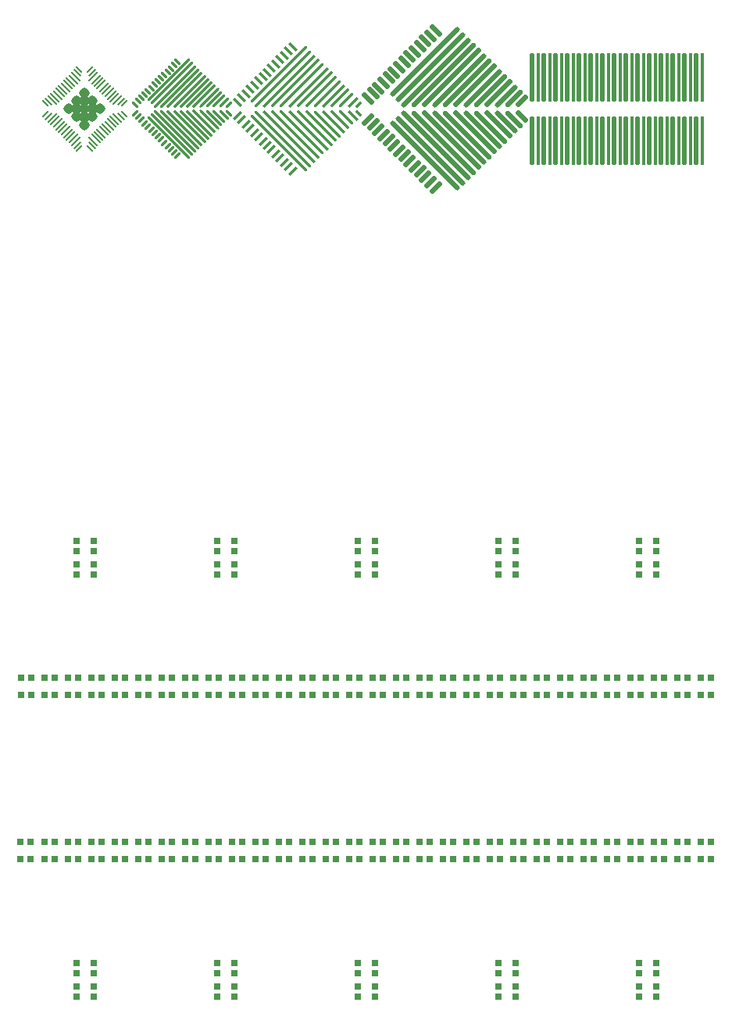
<source format=gtp>
%TF.GenerationSoftware,KiCad,Pcbnew,7.0.7*%
%TF.CreationDate,2023-10-12T12:03:03-07:00*%
%TF.ProjectId,JumperLUX,4a756d70-6572-44c5-9558-2e6b69636164,rev?*%
%TF.SameCoordinates,Original*%
%TF.FileFunction,Paste,Top*%
%TF.FilePolarity,Positive*%
%FSLAX46Y46*%
G04 Gerber Fmt 4.6, Leading zero omitted, Abs format (unit mm)*
G04 Created by KiCad (PCBNEW 7.0.7) date 2023-10-12 12:03:03*
%MOMM*%
%LPD*%
G01*
G04 APERTURE LIST*
G04 Aperture macros list*
%AMRoundRect*
0 Rectangle with rounded corners*
0 $1 Rounding radius*
0 $2 $3 $4 $5 $6 $7 $8 $9 X,Y pos of 4 corners*
0 Add a 4 corners polygon primitive as box body*
4,1,4,$2,$3,$4,$5,$6,$7,$8,$9,$2,$3,0*
0 Add four circle primitives for the rounded corners*
1,1,$1+$1,$2,$3*
1,1,$1+$1,$4,$5*
1,1,$1+$1,$6,$7*
1,1,$1+$1,$8,$9*
0 Add four rect primitives between the rounded corners*
20,1,$1+$1,$2,$3,$4,$5,0*
20,1,$1+$1,$4,$5,$6,$7,0*
20,1,$1+$1,$6,$7,$8,$9,0*
20,1,$1+$1,$8,$9,$2,$3,0*%
G04 Aperture macros list end*
%ADD10R,0.700000X0.700000*%
%ADD11RoundRect,0.062500X-0.220971X-0.309359X0.309359X0.220971X0.220971X0.309359X-0.309359X-0.220971X0*%
%ADD12RoundRect,0.062500X2.165515X-2.253903X2.253903X-2.165515X-2.165515X2.253903X-2.253903X2.165515X0*%
%ADD13RoundRect,0.062500X1.988738X-2.077126X2.077126X-1.988738X-1.988738X2.077126X-2.077126X1.988738X0*%
%ADD14RoundRect,0.062500X1.811961X-1.900349X1.900349X-1.811961X-1.811961X1.900349X-1.900349X1.811961X0*%
%ADD15RoundRect,0.062500X1.635184X-1.723573X1.723573X-1.635184X-1.635184X1.723573X-1.723573X1.635184X0*%
%ADD16RoundRect,0.062500X1.458408X-1.546796X1.546796X-1.458408X-1.458408X1.546796X-1.546796X1.458408X0*%
%ADD17RoundRect,0.062500X1.281631X-1.370019X1.370019X-1.281631X-1.281631X1.370019X-1.370019X1.281631X0*%
%ADD18RoundRect,0.062500X1.104854X-1.193243X1.193243X-1.104854X-1.104854X1.193243X-1.193243X1.104854X0*%
%ADD19RoundRect,0.062500X0.928078X-1.016466X1.016466X-0.928078X-0.928078X1.016466X-1.016466X0.928078X0*%
%ADD20RoundRect,0.062500X0.751301X-0.839689X0.839689X-0.751301X-0.751301X0.839689X-0.839689X0.751301X0*%
%ADD21RoundRect,0.062500X0.574524X-0.662913X0.662913X-0.574524X-0.574524X0.662913X-0.662913X0.574524X0*%
%ADD22RoundRect,0.062500X0.397748X-0.486136X0.486136X-0.397748X-0.397748X0.486136X-0.486136X0.397748X0*%
%ADD23RoundRect,0.062500X0.220971X-0.309359X0.309359X-0.220971X-0.220971X0.309359X-0.309359X0.220971X0*%
%ADD24RoundRect,0.062500X-0.397748X-0.486136X0.486136X0.397748X0.397748X0.486136X-0.486136X-0.397748X0*%
%ADD25RoundRect,0.062500X-0.574524X-0.662913X0.662913X0.574524X0.574524X0.662913X-0.662913X-0.574524X0*%
%ADD26RoundRect,0.062500X-0.751301X-0.839689X0.839689X0.751301X0.751301X0.839689X-0.839689X-0.751301X0*%
%ADD27RoundRect,0.062500X-0.928078X-1.016466X1.016466X0.928078X0.928078X1.016466X-1.016466X-0.928078X0*%
%ADD28RoundRect,0.062500X-1.104854X-1.193243X1.193243X1.104854X1.104854X1.193243X-1.193243X-1.104854X0*%
%ADD29RoundRect,0.062500X-1.281631X-1.370019X1.370019X1.281631X1.281631X1.370019X-1.370019X-1.281631X0*%
%ADD30RoundRect,0.062500X-1.458408X-1.546796X1.546796X1.458408X1.458408X1.546796X-1.546796X-1.458408X0*%
%ADD31RoundRect,0.062500X-1.635184X-1.723573X1.723573X1.635184X1.635184X1.723573X-1.723573X-1.635184X0*%
%ADD32RoundRect,0.062500X-1.811961X-1.900349X1.900349X1.811961X1.811961X1.900349X-1.900349X-1.811961X0*%
%ADD33RoundRect,0.062500X-1.988738X-2.077126X2.077126X1.988738X1.988738X2.077126X-2.077126X-1.988738X0*%
%ADD34RoundRect,0.062500X-2.165515X-2.253903X2.253903X2.165515X2.165515X2.253903X-2.253903X-2.165515X0*%
%ADD35RoundRect,0.087500X-0.287262X-0.411006X0.411006X0.287262X0.287262X0.411006X-0.411006X-0.287262X0*%
%ADD36RoundRect,0.087500X2.894718X-3.018462X3.018462X-2.894718X-2.894718X3.018462X-3.018462X2.894718X0*%
%ADD37RoundRect,0.087500X2.664909X-2.788652X2.788652X-2.664909X-2.664909X2.788652X-2.788652X2.664909X0*%
%ADD38RoundRect,0.087500X2.435099X-2.558843X2.558843X-2.435099X-2.435099X2.558843X-2.558843X2.435099X0*%
%ADD39RoundRect,0.087500X2.205289X-2.329033X2.329033X-2.205289X-2.205289X2.329033X-2.329033X2.205289X0*%
%ADD40RoundRect,0.087500X1.975480X-2.099223X2.099223X-1.975480X-1.975480X2.099223X-2.099223X1.975480X0*%
%ADD41RoundRect,0.087500X1.745670X-1.869414X1.869414X-1.745670X-1.745670X1.869414X-1.869414X1.745670X0*%
%ADD42RoundRect,0.087500X1.515860X-1.639604X1.639604X-1.515860X-1.515860X1.639604X-1.639604X1.515860X0*%
%ADD43RoundRect,0.087500X1.286050X-1.409794X1.409794X-1.286050X-1.286050X1.409794X-1.409794X1.286050X0*%
%ADD44RoundRect,0.087500X1.056241X-1.179984X1.179984X-1.056241X-1.056241X1.179984X-1.179984X1.056241X0*%
%ADD45RoundRect,0.087500X0.826431X-0.950175X0.950175X-0.826431X-0.826431X0.950175X-0.950175X0.826431X0*%
%ADD46RoundRect,0.087500X0.596621X-0.720365X0.720365X-0.596621X-0.596621X0.720365X-0.720365X0.596621X0*%
%ADD47RoundRect,0.087500X0.366812X-0.490555X0.490555X-0.366812X-0.366812X0.490555X-0.490555X0.366812X0*%
%ADD48RoundRect,0.087500X0.167938X-0.291682X0.291682X-0.167938X-0.167938X0.291682X-0.291682X0.167938X0*%
%ADD49RoundRect,0.087500X-0.167938X-0.291682X0.291682X0.167938X0.167938X0.291682X-0.291682X-0.167938X0*%
%ADD50RoundRect,0.087500X-0.366812X-0.490555X0.490555X0.366812X0.366812X0.490555X-0.490555X-0.366812X0*%
%ADD51RoundRect,0.087500X-0.596621X-0.720365X0.720365X0.596621X0.596621X0.720365X-0.720365X-0.596621X0*%
%ADD52RoundRect,0.087500X-0.826431X-0.950175X0.950175X0.826431X0.826431X0.950175X-0.950175X-0.826431X0*%
%ADD53RoundRect,0.087500X-1.056241X-1.179984X1.179984X1.056241X1.056241X1.179984X-1.179984X-1.056241X0*%
%ADD54RoundRect,0.087500X-1.286050X-1.409794X1.409794X1.286050X1.286050X1.409794X-1.409794X-1.286050X0*%
%ADD55RoundRect,0.087500X-1.515860X-1.639604X1.639604X1.515860X1.515860X1.639604X-1.639604X-1.515860X0*%
%ADD56RoundRect,0.087500X-1.745670X-1.869414X1.869414X1.745670X1.745670X1.869414X-1.869414X-1.745670X0*%
%ADD57RoundRect,0.087500X-1.975480X-2.099223X2.099223X1.975480X1.975480X2.099223X-2.099223X-1.975480X0*%
%ADD58RoundRect,0.087500X-2.205289X-2.329033X2.329033X2.205289X2.205289X2.329033X-2.329033X-2.205289X0*%
%ADD59RoundRect,0.087500X-2.435099X-2.558843X2.558843X2.435099X2.435099X2.558843X-2.558843X-2.435099X0*%
%ADD60RoundRect,0.087500X-2.664909X-2.788652X2.788652X2.664909X2.664909X2.788652X-2.788652X-2.664909X0*%
%ADD61RoundRect,0.087500X-2.894718X-3.018462X3.018462X2.894718X2.894718X3.018462X-3.018462X-2.894718X0*%
%ADD62RoundRect,0.087500X0.411006X-0.287262X-0.287262X0.411006X-0.411006X0.287262X0.287262X-0.411006X0*%
%ADD63RoundRect,0.087500X0.287262X-0.411006X0.411006X-0.287262X-0.287262X0.411006X-0.411006X0.287262X0*%
%ADD64RoundRect,0.242500X0.000000X-0.342947X0.342947X0.000000X0.000000X0.342947X-0.342947X0.000000X0*%
%ADD65RoundRect,0.250000X0.000000X-0.413257X0.413257X0.000000X0.000000X0.413257X-0.413257X0.000000X0*%
%ADD66RoundRect,0.050000X-0.238649X-0.309359X0.309359X0.238649X0.238649X0.309359X-0.309359X-0.238649X0*%
%ADD67RoundRect,0.050000X-0.309359X-0.380070X0.380070X0.309359X0.309359X0.380070X-0.380070X-0.309359X0*%
%ADD68RoundRect,0.050000X-0.450781X-0.521491X0.521491X0.450781X0.450781X0.521491X-0.521491X-0.450781X0*%
%ADD69RoundRect,0.050000X0.238649X-0.309359X0.309359X-0.238649X-0.238649X0.309359X-0.309359X0.238649X0*%
%ADD70RoundRect,0.050000X0.309359X-0.380070X0.380070X-0.309359X-0.309359X0.380070X-0.380070X0.309359X0*%
%ADD71RoundRect,0.050000X0.450781X-0.521491X0.521491X-0.450781X-0.450781X0.521491X-0.521491X0.450781X0*%
%ADD72RoundRect,0.125000X0.125000X-2.510250X0.125000X2.510250X-0.125000X2.510250X-0.125000X-2.510250X0*%
%ADD73RoundRect,0.087500X0.087500X-2.547750X0.087500X2.547750X-0.087500X2.547750X-0.087500X-2.547750X0*%
%ADD74RoundRect,0.137500X-0.380070X-0.574524X0.574524X0.380070X0.380070X0.574524X-0.574524X-0.380070X0*%
%ADD75RoundRect,0.137500X3.482501X-3.676955X3.676955X-3.482501X-3.482501X3.676955X-3.676955X3.482501X0*%
%ADD76RoundRect,0.137500X3.199658X-3.394113X3.394113X-3.199658X-3.199658X3.394113X-3.394113X3.199658X0*%
%ADD77RoundRect,0.137500X2.916815X-3.111270X3.111270X-2.916815X-2.916815X3.111270X-3.111270X2.916815X0*%
%ADD78RoundRect,0.137500X2.633973X-2.828427X2.828427X-2.633973X-2.633973X2.828427X-2.828427X2.633973X0*%
%ADD79RoundRect,0.137500X2.351130X-2.545584X2.545584X-2.351130X-2.351130X2.545584X-2.545584X2.351130X0*%
%ADD80RoundRect,0.137500X2.068287X-2.262742X2.262742X-2.068287X-2.068287X2.262742X-2.262742X2.068287X0*%
%ADD81RoundRect,0.137500X1.785445X-1.979899X1.979899X-1.785445X-1.785445X1.979899X-1.979899X1.785445X0*%
%ADD82RoundRect,0.137500X1.502602X-1.697056X1.697056X-1.502602X-1.502602X1.697056X-1.697056X1.502602X0*%
%ADD83RoundRect,0.137500X1.219759X-1.414214X1.414214X-1.219759X-1.219759X1.414214X-1.414214X1.219759X0*%
%ADD84RoundRect,0.137500X0.936916X-1.131371X1.131371X-0.936916X-0.936916X1.131371X-1.131371X0.936916X0*%
%ADD85RoundRect,0.137500X0.654074X-0.848528X0.848528X-0.654074X-0.654074X0.848528X-0.848528X0.654074X0*%
%ADD86RoundRect,0.137500X0.371231X-0.565685X0.565685X-0.371231X-0.371231X0.565685X-0.565685X0.371231X0*%
%ADD87RoundRect,0.137500X-0.371231X-0.565685X0.565685X0.371231X0.371231X0.565685X-0.565685X-0.371231X0*%
%ADD88RoundRect,0.137500X-0.654074X-0.848528X0.848528X0.654074X0.654074X0.848528X-0.848528X-0.654074X0*%
%ADD89RoundRect,0.137500X-0.936916X-1.131371X1.131371X0.936916X0.936916X1.131371X-1.131371X-0.936916X0*%
%ADD90RoundRect,0.137500X-1.219759X-1.414214X1.414214X1.219759X1.219759X1.414214X-1.414214X-1.219759X0*%
%ADD91RoundRect,0.137500X-1.502602X-1.697056X1.697056X1.502602X1.502602X1.697056X-1.697056X-1.502602X0*%
%ADD92RoundRect,0.137500X-1.785445X-1.979899X1.979899X1.785445X1.785445X1.979899X-1.979899X-1.785445X0*%
%ADD93RoundRect,0.137500X-2.068287X-2.262742X2.262742X2.068287X2.068287X2.262742X-2.262742X-2.068287X0*%
%ADD94RoundRect,0.137500X-2.351130X-2.545584X2.545584X2.351130X2.351130X2.545584X-2.545584X-2.351130X0*%
%ADD95RoundRect,0.137500X-2.633973X-2.828427X2.828427X2.633973X2.633973X2.828427X-2.828427X-2.633973X0*%
%ADD96RoundRect,0.137500X-2.916815X-3.111270X3.111270X2.916815X2.916815X3.111270X-3.111270X-2.916815X0*%
%ADD97RoundRect,0.137500X-3.199658X-3.394113X3.394113X3.199658X3.199658X3.394113X-3.394113X-3.199658X0*%
%ADD98RoundRect,0.137500X-3.482501X-3.676955X3.676955X3.482501X3.482501X3.676955X-3.676955X-3.482501X0*%
%ADD99RoundRect,0.137500X0.380070X-0.574524X0.574524X-0.380070X-0.380070X0.574524X-0.574524X0.380070X0*%
G04 APERTURE END LIST*
D10*
%TO.C,D45*%
X101643000Y-169825600D03*
X102743000Y-169825600D03*
X102743000Y-167995600D03*
X101643000Y-167995600D03*
%TD*%
%TO.C,D71*%
X134900000Y-184700000D03*
X134900000Y-183600000D03*
X133070000Y-183600000D03*
X133070000Y-184700000D03*
%TD*%
%TO.C,D89*%
X134900000Y-136440000D03*
X134900000Y-135340000D03*
X133070000Y-135340000D03*
X133070000Y-136440000D03*
%TD*%
%TO.C,D32*%
X68606400Y-169823800D03*
X69706400Y-169823800D03*
X69706400Y-167993800D03*
X68606400Y-167993800D03*
%TD*%
%TO.C,D77*%
X89180000Y-182160000D03*
X89180000Y-181060000D03*
X87350000Y-181060000D03*
X87350000Y-182160000D03*
%TD*%
%TO.C,D40*%
X88926400Y-169823800D03*
X90026400Y-169823800D03*
X90026400Y-167993800D03*
X88926400Y-167993800D03*
%TD*%
%TO.C,D83*%
X89180000Y-138980000D03*
X89180000Y-137880000D03*
X87350000Y-137880000D03*
X87350000Y-138980000D03*
%TD*%
%TO.C,D44*%
X99103000Y-169825600D03*
X100203000Y-169825600D03*
X100203000Y-167995600D03*
X99103000Y-167995600D03*
%TD*%
%TO.C,D84*%
X89180000Y-136440000D03*
X89180000Y-135340000D03*
X87350000Y-135340000D03*
X87350000Y-136440000D03*
%TD*%
%TO.C,D56*%
X129607400Y-169824400D03*
X130707400Y-169824400D03*
X130707400Y-167994400D03*
X129607400Y-167994400D03*
%TD*%
%TO.C,D13*%
X96612800Y-152045600D03*
X97712800Y-152045600D03*
X97712800Y-150215600D03*
X96612800Y-150215600D03*
%TD*%
%TO.C,D27*%
X132180600Y-152044400D03*
X133280600Y-152044400D03*
X133280600Y-150214400D03*
X132180600Y-150214400D03*
%TD*%
%TO.C,D4*%
X73736200Y-152045000D03*
X74836200Y-152045000D03*
X74836200Y-150215000D03*
X73736200Y-150215000D03*
%TD*%
%TO.C,D2*%
X68656200Y-152045000D03*
X69756200Y-152045000D03*
X69756200Y-150215000D03*
X68656200Y-150215000D03*
%TD*%
%TO.C,D16*%
X104232800Y-152045600D03*
X105332800Y-152045600D03*
X105332800Y-150215600D03*
X104232800Y-150215600D03*
%TD*%
%TO.C,D55*%
X127067400Y-169824400D03*
X128167400Y-169824400D03*
X128167400Y-167994400D03*
X127067400Y-167994400D03*
%TD*%
D11*
%TO.C,J12*%
X78446730Y-89058449D03*
X78800283Y-89412002D03*
X79153837Y-89765556D03*
X79507390Y-90119109D03*
X79860944Y-90472662D03*
X80214497Y-90826216D03*
X80568050Y-91179769D03*
X80921604Y-91533323D03*
X81275157Y-91886876D03*
X81628711Y-92240429D03*
X81982264Y-92593983D03*
X82335817Y-92947536D03*
X82689371Y-93301090D03*
X83042924Y-93654643D03*
D12*
X82070652Y-91710099D03*
X82424206Y-91356546D03*
X82777759Y-91002993D03*
D13*
X83308089Y-90826216D03*
D14*
X83838419Y-90649439D03*
D15*
X84368749Y-90472662D03*
D16*
X84899079Y-90295886D03*
D17*
X85429409Y-90119109D03*
D18*
X85959740Y-89942332D03*
D19*
X86490070Y-89765556D03*
D20*
X87020400Y-89588779D03*
D21*
X87550730Y-89412002D03*
D22*
X88081060Y-89235226D03*
D23*
X88611390Y-89058449D03*
D11*
X88611390Y-88086177D03*
D24*
X88081060Y-87909400D03*
D25*
X87550730Y-87732624D03*
D26*
X87020400Y-87555847D03*
D27*
X86490070Y-87379070D03*
D28*
X85959740Y-87202294D03*
D29*
X85429409Y-87025517D03*
D30*
X84899079Y-86848740D03*
D31*
X84368749Y-86671964D03*
D32*
X83838419Y-86495187D03*
D33*
X83308089Y-86318410D03*
D34*
X82777759Y-86141633D03*
X82424206Y-85788080D03*
X82070652Y-85434527D03*
D23*
X83042924Y-83489983D03*
X82689371Y-83843536D03*
X82335817Y-84197090D03*
X81982264Y-84550643D03*
X81628711Y-84904197D03*
X81275157Y-85257750D03*
X80921604Y-85611303D03*
X80568050Y-85964857D03*
X80214497Y-86318410D03*
X79860944Y-86671964D03*
X79507390Y-87025517D03*
X79153837Y-87379070D03*
X78800283Y-87732624D03*
X78446730Y-88086177D03*
%TD*%
D10*
%TO.C,D82*%
X73940000Y-138980000D03*
X73940000Y-137880000D03*
X72110000Y-137880000D03*
X72110000Y-138980000D03*
%TD*%
%TO.C,D78*%
X89180000Y-184700000D03*
X89180000Y-183600000D03*
X87350000Y-183600000D03*
X87350000Y-184700000D03*
%TD*%
%TO.C,D86*%
X104420000Y-138980000D03*
X104420000Y-137880000D03*
X102590000Y-137880000D03*
X102590000Y-138980000D03*
%TD*%
%TO.C,D76*%
X104420000Y-182160000D03*
X104420000Y-181060000D03*
X102590000Y-181060000D03*
X102590000Y-182160000D03*
%TD*%
%TO.C,D54*%
X124527400Y-169824400D03*
X125627400Y-169824400D03*
X125627400Y-167994400D03*
X124527400Y-167994400D03*
%TD*%
%TO.C,D31*%
X66058600Y-169823800D03*
X67158600Y-169823800D03*
X67158600Y-167993800D03*
X66058600Y-167993800D03*
%TD*%
%TO.C,D23*%
X122020600Y-152044400D03*
X123120600Y-152044400D03*
X123120600Y-150214400D03*
X122020600Y-150214400D03*
%TD*%
%TO.C,D38*%
X83846400Y-169823800D03*
X84946400Y-169823800D03*
X84946400Y-167993800D03*
X83846400Y-167993800D03*
%TD*%
%TO.C,D43*%
X96563000Y-169825600D03*
X97663000Y-169825600D03*
X97663000Y-167995600D03*
X96563000Y-167995600D03*
%TD*%
%TO.C,D90*%
X134900000Y-138980000D03*
X134900000Y-137880000D03*
X133070000Y-137880000D03*
X133070000Y-138980000D03*
%TD*%
%TO.C,D29*%
X137260600Y-152044400D03*
X138360600Y-152044400D03*
X138360600Y-150214400D03*
X137260600Y-150214400D03*
%TD*%
%TO.C,D80*%
X73939400Y-182160000D03*
X73939400Y-181060000D03*
X72109400Y-181060000D03*
X72109400Y-182160000D03*
%TD*%
%TO.C,D34*%
X73686400Y-169823800D03*
X74786400Y-169823800D03*
X74786400Y-167993800D03*
X73686400Y-167993800D03*
%TD*%
%TO.C,D37*%
X81306400Y-169823800D03*
X82406400Y-169823800D03*
X82406400Y-167993800D03*
X81306400Y-167993800D03*
%TD*%
D35*
%TO.C,J16*%
X89560400Y-89306400D03*
X90020019Y-89766019D03*
X90479639Y-90225639D03*
X90939258Y-90685258D03*
X91398878Y-91144877D03*
X91858497Y-91604497D03*
X92318116Y-92064116D03*
X92777736Y-92523736D03*
X93237355Y-92983355D03*
X93696975Y-93442974D03*
X94156594Y-93902594D03*
X94616213Y-94362213D03*
X95075833Y-94821833D03*
X95535452Y-95281452D03*
D36*
X94006334Y-92276248D03*
X94465953Y-91816629D03*
D37*
X95155382Y-91586819D03*
D38*
X95844812Y-91357009D03*
D39*
X96534241Y-91127200D03*
D40*
X97223670Y-90897390D03*
D41*
X97913099Y-90667580D03*
D42*
X98602528Y-90437771D03*
D43*
X99291957Y-90207961D03*
D44*
X99981386Y-89978151D03*
D45*
X100670815Y-89748341D03*
D46*
X101360244Y-89518532D03*
D47*
X102049674Y-89288722D03*
D48*
X102708167Y-89027976D03*
D49*
X102708167Y-88108738D03*
D50*
X102049674Y-87847992D03*
D51*
X101360244Y-87618182D03*
D52*
X100670815Y-87388373D03*
D53*
X99981386Y-87158563D03*
D54*
X99291957Y-86928753D03*
D55*
X98602528Y-86698943D03*
D56*
X97913099Y-86469134D03*
D57*
X97223670Y-86239324D03*
D58*
X96534241Y-86009514D03*
D59*
X95844812Y-85779705D03*
D60*
X95155382Y-85549895D03*
D61*
X94465953Y-85320085D03*
X94006334Y-84860466D03*
D62*
X95535452Y-81855262D03*
X95075833Y-82314881D03*
X94616213Y-82774501D03*
D63*
X94156594Y-83234120D03*
X93696975Y-83693740D03*
X93237355Y-84153359D03*
X92777736Y-84612978D03*
X92318116Y-85072598D03*
X91858497Y-85532217D03*
X91398878Y-85991837D03*
X90939258Y-86451456D03*
X90479639Y-86911075D03*
X90020019Y-87370695D03*
X89560400Y-87830314D03*
%TD*%
D10*
%TO.C,D87*%
X119660000Y-138980000D03*
X119660000Y-137880000D03*
X117830000Y-137880000D03*
X117830000Y-138980000D03*
%TD*%
%TO.C,D14*%
X99152800Y-152045600D03*
X100252800Y-152045600D03*
X100252800Y-150215600D03*
X99152800Y-150215600D03*
%TD*%
%TO.C,D85*%
X104420000Y-136440000D03*
X104420000Y-135340000D03*
X102590000Y-135340000D03*
X102590000Y-136440000D03*
%TD*%
%TO.C,D11*%
X91525000Y-152045600D03*
X92625000Y-152045600D03*
X92625000Y-150215600D03*
X91525000Y-150215600D03*
%TD*%
%TO.C,D20*%
X114392800Y-152045600D03*
X115492800Y-152045600D03*
X115492800Y-150215600D03*
X114392800Y-150215600D03*
%TD*%
%TO.C,D26*%
X129640600Y-152044400D03*
X130740600Y-152044400D03*
X130740600Y-150214400D03*
X129640600Y-150214400D03*
%TD*%
%TO.C,D15*%
X101692800Y-152045600D03*
X102792800Y-152045600D03*
X102792800Y-150215600D03*
X101692800Y-150215600D03*
%TD*%
%TO.C,D88*%
X119660000Y-136440000D03*
X119660000Y-135340000D03*
X117830000Y-135340000D03*
X117830000Y-136440000D03*
%TD*%
%TO.C,D60*%
X139767400Y-169824400D03*
X140867400Y-169824400D03*
X140867400Y-167994400D03*
X139767400Y-167994400D03*
%TD*%
%TO.C,D17*%
X106772800Y-152045600D03*
X107872800Y-152045600D03*
X107872800Y-150215600D03*
X106772800Y-150215600D03*
%TD*%
%TO.C,D48*%
X109263000Y-169825600D03*
X110363000Y-169825600D03*
X110363000Y-167995600D03*
X109263000Y-167995600D03*
%TD*%
%TO.C,D19*%
X111852800Y-152045600D03*
X112952800Y-152045600D03*
X112952800Y-150215600D03*
X111852800Y-150215600D03*
%TD*%
%TO.C,D79*%
X73940000Y-184700000D03*
X73940000Y-183600000D03*
X72110000Y-183600000D03*
X72110000Y-184700000D03*
%TD*%
%TO.C,D39*%
X86386400Y-169823800D03*
X87486400Y-169823800D03*
X87486400Y-167993800D03*
X86386400Y-167993800D03*
%TD*%
%TO.C,D53*%
X121987400Y-169824400D03*
X123087400Y-169824400D03*
X123087400Y-167994400D03*
X121987400Y-167994400D03*
%TD*%
%TO.C,D46*%
X104183000Y-169825600D03*
X105283000Y-169825600D03*
X105283000Y-167995600D03*
X104183000Y-167995600D03*
%TD*%
%TO.C,D36*%
X78766400Y-169823800D03*
X79866400Y-169823800D03*
X79866400Y-167993800D03*
X78766400Y-167993800D03*
%TD*%
%TO.C,D28*%
X134720600Y-152044400D03*
X135820600Y-152044400D03*
X135820600Y-150214400D03*
X134720600Y-150214400D03*
%TD*%
D64*
%TO.C,J14*%
X71291004Y-88587198D03*
X72139532Y-89435726D03*
X72988060Y-90284254D03*
D65*
X72086499Y-88587198D03*
X72988060Y-89488759D03*
D64*
X72139532Y-87738670D03*
X72988060Y-88587198D03*
X73836588Y-89435726D03*
D65*
X72988060Y-87685637D03*
X73889621Y-88587198D03*
D64*
X72988060Y-86890142D03*
X73836588Y-87738670D03*
X74685116Y-88587198D03*
D66*
X68718903Y-89179400D03*
D67*
X69072456Y-89391532D03*
D68*
X69496720Y-89532953D03*
X69779563Y-89815796D03*
X70062406Y-90098639D03*
X70345248Y-90381481D03*
X70628091Y-90664324D03*
X70910934Y-90947167D03*
X71193777Y-91230010D03*
X71476619Y-91512852D03*
X71759462Y-91795695D03*
X72042305Y-92078538D03*
D67*
X72183726Y-92502802D03*
D66*
X72395858Y-92856355D03*
D69*
X73580262Y-92856355D03*
D70*
X73792394Y-92502802D03*
D71*
X73933815Y-92078538D03*
X74216658Y-91795695D03*
X74499501Y-91512852D03*
X74782343Y-91230010D03*
X75065186Y-90947167D03*
X75348029Y-90664324D03*
X75630872Y-90381481D03*
X75913714Y-90098639D03*
X76196557Y-89815796D03*
X76479400Y-89532953D03*
D70*
X76903664Y-89391532D03*
D69*
X77257217Y-89179400D03*
D66*
X77257217Y-87994996D03*
D67*
X76903664Y-87782864D03*
D68*
X76479400Y-87641443D03*
X76196557Y-87358600D03*
X75913714Y-87075757D03*
X75630872Y-86792915D03*
X75348029Y-86510072D03*
X75065186Y-86227229D03*
X74782343Y-85944386D03*
X74499501Y-85661544D03*
X74216658Y-85378701D03*
X73933815Y-85095858D03*
D67*
X73792394Y-84671594D03*
D66*
X73580262Y-84318041D03*
D69*
X72395858Y-84318041D03*
D70*
X72183726Y-84671594D03*
D71*
X72042305Y-85095858D03*
X71759462Y-85378701D03*
X71476619Y-85661544D03*
X71193777Y-85944386D03*
X70910934Y-86227229D03*
X70628091Y-86510072D03*
X70345248Y-86792915D03*
X70062406Y-87075757D03*
X69779563Y-87358600D03*
X69496720Y-87641443D03*
D70*
X69072456Y-87782864D03*
D69*
X68718903Y-87994996D03*
%TD*%
D10*
%TO.C,D33*%
X71146400Y-169823800D03*
X72246400Y-169823800D03*
X72246400Y-167993800D03*
X71146400Y-167993800D03*
%TD*%
%TO.C,D50*%
X114350800Y-169825600D03*
X115450800Y-169825600D03*
X115450800Y-167995600D03*
X114350800Y-167995600D03*
%TD*%
%TO.C,D25*%
X127100600Y-152044400D03*
X128200600Y-152044400D03*
X128200600Y-150214400D03*
X127100600Y-150214400D03*
%TD*%
%TO.C,D52*%
X119447400Y-169824400D03*
X120547400Y-169824400D03*
X120547400Y-167994400D03*
X119447400Y-167994400D03*
%TD*%
%TO.C,D7*%
X81356200Y-152045000D03*
X82456200Y-152045000D03*
X82456200Y-150215000D03*
X81356200Y-150215000D03*
%TD*%
%TO.C,D58*%
X134687400Y-169824400D03*
X135787400Y-169824400D03*
X135787400Y-167994400D03*
X134687400Y-167994400D03*
%TD*%
%TO.C,D18*%
X109312800Y-152045600D03*
X110412800Y-152045600D03*
X110412800Y-150215600D03*
X109312800Y-150215600D03*
%TD*%
%TO.C,D73*%
X119660000Y-182160000D03*
X119660000Y-181060000D03*
X117830000Y-181060000D03*
X117830000Y-182160000D03*
%TD*%
%TO.C,D30*%
X139800600Y-152044400D03*
X140900600Y-152044400D03*
X140900600Y-150214400D03*
X139800600Y-150214400D03*
%TD*%
%TO.C,D3*%
X71196200Y-152045000D03*
X72296200Y-152045000D03*
X72296200Y-150215000D03*
X71196200Y-150215000D03*
%TD*%
%TO.C,D9*%
X86436200Y-152045000D03*
X87536200Y-152045000D03*
X87536200Y-150215000D03*
X86436200Y-150215000D03*
%TD*%
%TO.C,D12*%
X94072800Y-152045600D03*
X95172800Y-152045600D03*
X95172800Y-150215600D03*
X94072800Y-150215600D03*
%TD*%
%TO.C,D81*%
X73940000Y-136440000D03*
X73940000Y-135340000D03*
X72110000Y-135340000D03*
X72110000Y-136440000D03*
%TD*%
%TO.C,D21*%
X116932800Y-152044400D03*
X118032800Y-152044400D03*
X118032800Y-150214400D03*
X116932800Y-150214400D03*
%TD*%
%TO.C,D51*%
X116899600Y-169824400D03*
X117999600Y-169824400D03*
X117999600Y-167994400D03*
X116899600Y-167994400D03*
%TD*%
%TO.C,D1*%
X66116200Y-152045000D03*
X67216200Y-152045000D03*
X67216200Y-150215000D03*
X66116200Y-150215000D03*
%TD*%
%TO.C,D59*%
X137227400Y-169824400D03*
X138327400Y-169824400D03*
X138327400Y-167994400D03*
X137227400Y-167994400D03*
%TD*%
%TO.C,D8*%
X83896200Y-152045000D03*
X84996200Y-152045000D03*
X84996200Y-150215000D03*
X83896200Y-150215000D03*
%TD*%
D72*
%TO.C,J15*%
X121513600Y-85140800D03*
D73*
X122148600Y-85140800D03*
D72*
X122783600Y-85140800D03*
D73*
X123418600Y-85140800D03*
D72*
X124053600Y-85140800D03*
D73*
X124688600Y-85140800D03*
D72*
X125323600Y-85140800D03*
D73*
X125958600Y-85140800D03*
D72*
X126593600Y-85140800D03*
D73*
X127228600Y-85140800D03*
D72*
X127863600Y-85140800D03*
D73*
X128498600Y-85140800D03*
D72*
X129133600Y-85140800D03*
D73*
X129768600Y-85140800D03*
D72*
X130403600Y-85140800D03*
D73*
X131038600Y-85140800D03*
D72*
X131673600Y-85140800D03*
D73*
X132308600Y-85140800D03*
D72*
X132943600Y-85140800D03*
D73*
X133578600Y-85140800D03*
D72*
X134213600Y-85140800D03*
D73*
X134848600Y-85140800D03*
D72*
X135483600Y-85140800D03*
D73*
X136118600Y-85140800D03*
D72*
X136753600Y-85140800D03*
D73*
X137388600Y-85140800D03*
D72*
X138023600Y-85140800D03*
D73*
X138658600Y-85140800D03*
D72*
X139293600Y-85140800D03*
D73*
X139928600Y-85140800D03*
X139932600Y-91998800D03*
D72*
X139293600Y-91998800D03*
D73*
X138658600Y-91998800D03*
D72*
X138023600Y-91998800D03*
D73*
X137388600Y-91998800D03*
D72*
X136753600Y-91998800D03*
D73*
X136118600Y-91998800D03*
D72*
X135483600Y-91998800D03*
D73*
X134848600Y-91998800D03*
D72*
X134213600Y-91998800D03*
D73*
X133578600Y-91998800D03*
D72*
X132943600Y-91998800D03*
D73*
X132308600Y-91998800D03*
D72*
X131673600Y-91998800D03*
D73*
X131038600Y-91998800D03*
D72*
X130403600Y-91998800D03*
D73*
X129768600Y-91998800D03*
D72*
X129133600Y-91998800D03*
D73*
X128498600Y-91998800D03*
D72*
X127863600Y-91998800D03*
D73*
X127228600Y-91998800D03*
D72*
X126593600Y-91998800D03*
D73*
X125958600Y-91998800D03*
D72*
X125323600Y-91998800D03*
D73*
X124688600Y-91998800D03*
D72*
X124053600Y-91998800D03*
D73*
X123418600Y-91998800D03*
D72*
X122783600Y-91998800D03*
D73*
X122148600Y-91998800D03*
D72*
X121513600Y-91998800D03*
%TD*%
D74*
%TO.C,J13*%
X103682800Y-89712800D03*
X104257325Y-90269646D03*
X104823010Y-90835332D03*
X105388695Y-91401017D03*
X105954381Y-91966703D03*
X106520066Y-92532388D03*
X107085752Y-93098073D03*
X107651437Y-93663759D03*
X108217123Y-94229444D03*
X108782808Y-94795130D03*
X109348493Y-95360815D03*
X109914179Y-95926501D03*
X110479864Y-96492186D03*
X111045550Y-97057871D03*
D75*
X109914179Y-93663759D03*
X110479864Y-93098073D03*
X111045550Y-92532388D03*
D76*
X111894078Y-92249545D03*
D77*
X112742606Y-91966703D03*
D78*
X113591134Y-91683860D03*
D79*
X114439662Y-91401017D03*
D80*
X115288190Y-91118174D03*
D81*
X116136719Y-90835332D03*
D82*
X116985247Y-90552489D03*
D83*
X117833775Y-90269646D03*
D84*
X118682303Y-89986804D03*
D85*
X119530831Y-89703961D03*
D86*
X120379359Y-89421118D03*
D87*
X120379359Y-87724062D03*
D88*
X119530831Y-87441219D03*
D89*
X118682303Y-87158376D03*
D90*
X117833775Y-86875534D03*
D91*
X116985247Y-86592691D03*
D92*
X116136719Y-86309848D03*
D93*
X115288190Y-86027006D03*
D94*
X114439662Y-85744163D03*
D95*
X113591134Y-85461320D03*
D96*
X112742606Y-85178477D03*
D97*
X111894078Y-84895635D03*
D98*
X111045550Y-84612792D03*
X110479864Y-84047107D03*
X109914179Y-83481421D03*
D99*
X111045550Y-80087309D03*
X110479864Y-80652994D03*
X109914179Y-81218679D03*
X109348493Y-81784365D03*
X108782808Y-82350050D03*
X108217123Y-82915736D03*
X107651437Y-83481421D03*
X107085752Y-84047107D03*
X106520066Y-84612792D03*
X105954381Y-85178477D03*
X105388695Y-85744163D03*
X104823010Y-86309848D03*
X104257325Y-86875534D03*
X103682800Y-87432380D03*
%TD*%
D10*
%TO.C,D35*%
X76226400Y-169823800D03*
X77326400Y-169823800D03*
X77326400Y-167993800D03*
X76226400Y-167993800D03*
%TD*%
%TO.C,D10*%
X88976200Y-152045000D03*
X90076200Y-152045000D03*
X90076200Y-150215000D03*
X88976200Y-150215000D03*
%TD*%
%TO.C,D47*%
X106723000Y-169825600D03*
X107823000Y-169825600D03*
X107823000Y-167995600D03*
X106723000Y-167995600D03*
%TD*%
%TO.C,D72*%
X134900000Y-182160000D03*
X134900000Y-181060000D03*
X133070000Y-181060000D03*
X133070000Y-182160000D03*
%TD*%
%TO.C,D24*%
X124560600Y-152044400D03*
X125660600Y-152044400D03*
X125660600Y-150214400D03*
X124560600Y-150214400D03*
%TD*%
%TO.C,D74*%
X119660000Y-184700000D03*
X119660000Y-183600000D03*
X117830000Y-183600000D03*
X117830000Y-184700000D03*
%TD*%
%TO.C,D57*%
X132147400Y-169824400D03*
X133247400Y-169824400D03*
X133247400Y-167994400D03*
X132147400Y-167994400D03*
%TD*%
%TO.C,D41*%
X91474200Y-169824400D03*
X92574200Y-169824400D03*
X92574200Y-167994400D03*
X91474200Y-167994400D03*
%TD*%
%TO.C,D22*%
X119480600Y-152044400D03*
X120580600Y-152044400D03*
X120580600Y-150214400D03*
X119480600Y-150214400D03*
%TD*%
%TO.C,D75*%
X104420000Y-184700000D03*
X104420000Y-183600000D03*
X102590000Y-183600000D03*
X102590000Y-184700000D03*
%TD*%
%TO.C,D6*%
X78816200Y-152045000D03*
X79916200Y-152045000D03*
X79916200Y-150215000D03*
X78816200Y-150215000D03*
%TD*%
%TO.C,D49*%
X111803000Y-169825600D03*
X112903000Y-169825600D03*
X112903000Y-167995600D03*
X111803000Y-167995600D03*
%TD*%
%TO.C,D42*%
X94023000Y-169825600D03*
X95123000Y-169825600D03*
X95123000Y-167995600D03*
X94023000Y-167995600D03*
%TD*%
%TO.C,D5*%
X76276200Y-152045000D03*
X77376200Y-152045000D03*
X77376200Y-150215000D03*
X76276200Y-150215000D03*
%TD*%
M02*

</source>
